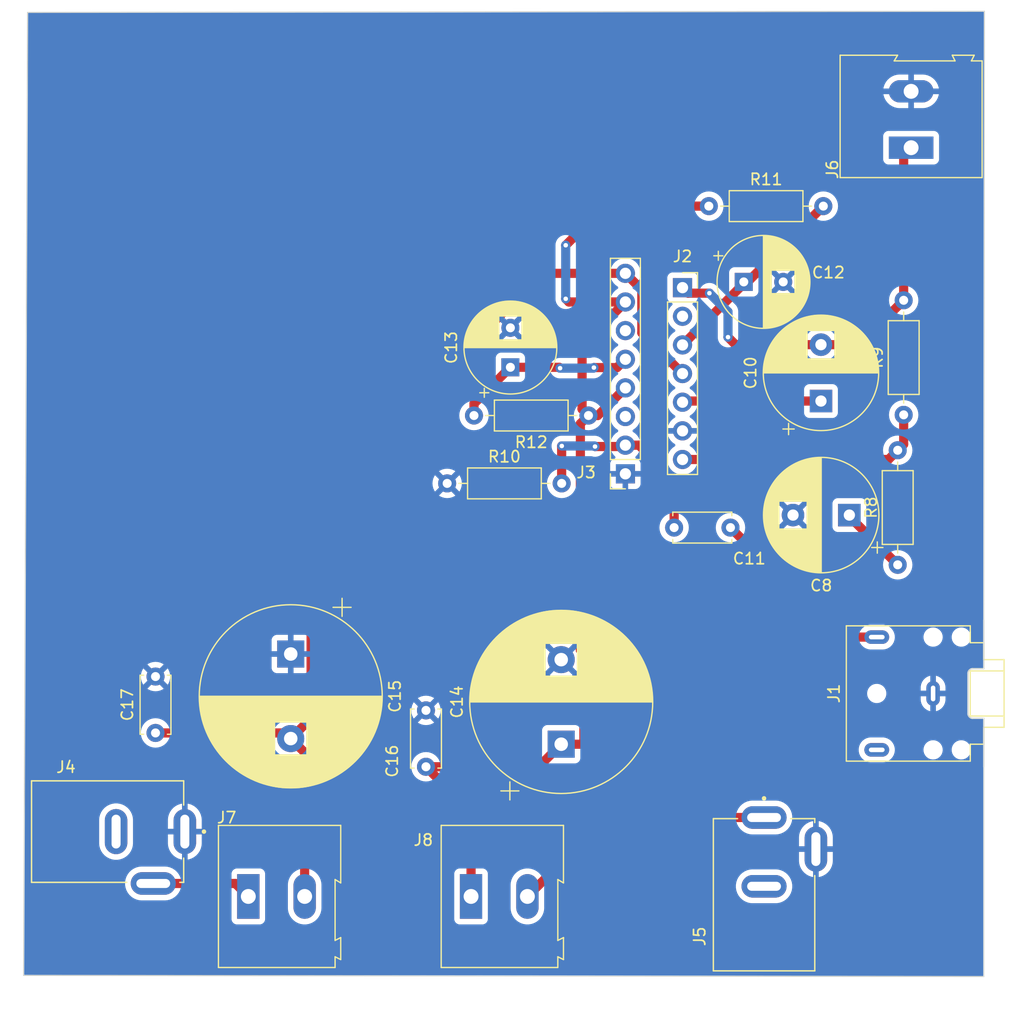
<source format=kicad_pcb>
(kicad_pcb (version 20221018) (generator pcbnew)
  (layers (0 "F.Cu" signal) (31 "B.Cu" signal) (34 "B.Paste" user) (35 "F.Paste" user) (36 "B.SilkS" user "B.Silkscreen") (37 "F.SilkS" user "F.Silkscreen") (38 "B.Mask" user) (39 "F.Mask" user) (44 "Edge.Cuts" user))
  (net 0 "")
  (net 1 "Net-(C8-Pad1)")
  (net 2 "SGND")
  (net 3 "BOOTSTRAP")
  (net 4 "OUTPUT")
  (net 5 "AUDIO IN+")
  (net 6 "NON INV_IN")
  (net 7 "MUTE")
  (net 8 "STAND-BY")
  (net 9 "+Vs(PWR)")
  (net 10 "-Vs(PWR)")
  (net 12 "INV_IN")
  (net 16 "-36IN")
  (net 18 "+36IN")
  (footprint "Resistor_THT:R_Axial_DIN0207_L6.3mm_D2.5mm_P10.16mm_Horizontal" (layer "F.Cu") (at 188.39 72.29 90)
    (fp_text reference "R9" (at 5.08 -2.37 90) (layer "F.SilkS"))
    (fp_text value "22k")
    (pad "1" thru_hole circle (at 0 0 90) (size 1.6 1.6) (drill 0.8) (layers "*.Cu" "*.Mask") (net 12 "INV_IN"))
    (pad "2" thru_hole oval (at 10.16 0 90) (size 1.6 1.6) (drill 0.8) (layers "*.Cu" "*.Mask") (net 4 "OUTPUT"))
  )
  (footprint "Resistor_THT:R_Axial_DIN0207_L6.3mm_D2.5mm_P10.16mm_Horizontal" (layer "F.Cu") (at 147.88 78.37)
    (fp_text reference "R10" (at 5.08 -2.37) (layer "F.SilkS"))
    (fp_text value "22k")
    (pad "1" thru_hole circle (at 0 0) (size 1.6 1.6) (drill 0.8) (layers "*.Cu" "*.Mask") (net 2 "SGND"))
    (pad "2" thru_hole oval (at 10.16 0) (size 1.6 1.6) (drill 0.8) (layers "*.Cu" "*.Mask") (net 6 "NON INV_IN"))
  )
  (footprint "Capacitor_THT:CP_Radial_D10.0mm_P5.00mm" (layer "F.Cu") (at 181.05 71.067677 90)
    (fp_text reference "C10" (at 2.5 -6.25 90) (layer "F.SilkS"))
    (fp_text value "22uF")
    (pad "1" thru_hole rect (at 0 0 90) (size 2 2) (drill 1) (layers "*.Cu" "*.Mask") (net 3 "BOOTSTRAP"))
    (pad "2" thru_hole circle (at 5 0 90) (size 2 2) (drill 1) (layers "*.Cu" "*.Mask") (net 4 "OUTPUT"))
  )
  (footprint "Capacitor_THT:CP_Radial_D16.0mm_P7.50mm" (layer "F.Cu") (at 134 93.5 -90)
    (fp_text reference "C15" (at 3.75 -9.25 90) (layer "F.SilkS"))
    (fp_text value "1000uF")
    (pad "1" thru_hole rect (at 0 0 270) (size 2.4 2.4) (drill 1.2) (layers "*.Cu" "*.Mask") (net 2 "SGND"))
    (pad "2" thru_hole circle (at 7.5 0 270) (size 2.4 2.4) (drill 1.2) (layers "*.Cu" "*.Mask") (net 10 "-Vs(PWR)"))
  )
  (footprint "TerminalBlock:TerminalBlock_Altech_AK300-2_P5.00mm" (layer "F.Cu") (at 189.05 48.6 90)
    (fp_text reference "J6" (at -1.92 -6.99 90) (layer "F.SilkS"))
    (fp_text value "Speaker Outupt")
    (pad "1" thru_hole rect (at 0 0 90) (size 1.98 3.96) (drill 1.32) (layers "*.Cu" "*.Mask") (net 4 "OUTPUT"))
    (pad "2" thru_hole oval (at 5 0 90) (size 1.98 3.96) (drill 1.32) (layers "*.Cu" "*.Mask") (net 2 "SGND"))
  )
  (footprint "Connector_PinSocket_2.54mm:PinSocket_1x08_P2.54mm_Vertical" (layer "F.Cu") (at 163.695 77.52 180)
    (fp_text reference "J3" (at 3.485 0.12) (layer "F.SilkS"))
    (fp_text value "Front Pins (Even)")
    (pad "1" thru_hole rect (at 0 0 180) (size 1.7 1.7) (drill 1) (layers "*.Cu" "*.Mask") (net 2 "SGND"))
    (pad "2" thru_hole oval (at 0 2.54 180) (size 1.7 1.7) (drill 1) (layers "*.Cu" "*.Mask") (net 6 "NON INV_IN"))
    (pad "3" thru_hole oval (at 0 5.08 180) (size 1.7 1.7) (drill 1) (layers "*.Cu" "*.Mask"))
    (pad "4" thru_hole oval (at 0 7.62 180) (size 1.7 1.7) (drill 1) (layers "*.Cu" "*.Mask") (net 9 "+Vs(PWR)"))
    (pad "5" thru_hole oval (at 0 10.16 180) (size 1.7 1.7) (drill 1) (layers "*.Cu" "*.Mask") (net 8 "STAND-BY"))
    (pad "6" thru_hole oval (at 0 12.7 180) (size 1.7 1.7) (drill 1) (layers "*.Cu" "*.Mask"))
    (pad "7" thru_hole oval (at 0 15.24 180) (size 1.7 1.7) (drill 1) (layers "*.Cu" "*.Mask") (net 9 "+Vs(PWR)"))
    (pad "8" thru_hole oval (at 0 17.78 180) (size 1.7 1.7) (drill 1) (layers "*.Cu" "*.Mask") (net 10 "-Vs(PWR)"))
  )
  (footprint "Connector_PinSocket_2.54mm:PinSocket_1x07_P2.54mm_Vertical" (layer "F.Cu") (at 168.765 61.01)
    (fp_text reference "J2" (at 0 -2.77) (layer "F.SilkS"))
    (fp_text value "Back Pins (Odd)")
    (pad "1" thru_hole rect (at 0 0) (size 1.7 1.7) (drill 1) (layers "*.Cu" "*.Mask") (net 4 "OUTPUT"))
    (pad "2" thru_hole oval (at 0 2.54) (size 1.7 1.7) (drill 1) (layers "*.Cu" "*.Mask"))
    (pad "3" thru_hole oval (at 0 5.08) (size 1.7 1.7) (drill 1) (layers "*.Cu" "*.Mask") (net 7 "MUTE"))
    (pad "4" thru_hole oval (at 0 7.62) (size 1.7 1.7) (drill 1) (layers "*.Cu" "*.Mask") (net 10 "-Vs(PWR)"))
    (pad "5" thru_hole oval (at 0 10.16) (size 1.7 1.7) (drill 1) (layers "*.Cu" "*.Mask") (net 3 "BOOTSTRAP"))
    (pad "6" thru_hole oval (at 0 12.7) (size 1.7 1.7) (drill 1) (layers "*.Cu" "*.Mask") (net 2 "SGND"))
    (pad "7" thru_hole oval (at 0 15.24) (size 1.7 1.7) (drill 1) (layers "*.Cu" "*.Mask") (net 12 "INV_IN"))
  )
  (footprint "Capacitor_THT:C_Disc_D5.0mm_W2.5mm_P5.00mm" (layer "F.Cu") (at 173.02 82.29 180)
    (fp_text reference "C11" (at -1.67 -2.75) (layer "F.SilkS"))
    (fp_text value "470nF")
    (pad "1" thru_hole circle (at 0 0 180) (size 1.6 1.6) (drill 0.8) (layers "*.Cu" "*.Mask") (net 5 "AUDIO IN+"))
    (pad "2" thru_hole circle (at 5 0 180) (size 1.6 1.6) (drill 0.8) (layers "*.Cu" "*.Mask") (net 6 "NON INV_IN"))
  )
  (footprint "TerminalBlock:TerminalBlock_Altech_AK300-2_P5.00mm" (layer "F.Cu") (at 130.235 115)
    (fp_text reference "J7" (at -1.92 -6.99) (layer "F.SilkS"))
    (fp_text value "-36 Switch Terminal")
    (pad "1" thru_hole rect (at 0 0) (size 1.98 3.96) (drill 1.32) (layers "*.Cu" "*.Mask") (net 16 "-36IN"))
    (pad "2" thru_hole oval (at 5 0) (size 1.98 3.96) (drill 1.32) (layers "*.Cu" "*.Mask") (net 10 "-Vs(PWR)"))
  )
  (footprint "TerminalBlock:TerminalBlock_Altech_AK300-2_P5.00mm" (layer "F.Cu") (at 150 115)
    (fp_text reference "J8" (at -4.235 -5) (layer "F.SilkS"))
    (fp_text value "+36 Switch Terminal")
    (pad "1" thru_hole rect (at 0 0) (size 1.98 3.96) (drill 1.32) (layers "*.Cu" "*.Mask") (net 9 "+Vs(PWR)"))
    (pad "2" thru_hole oval (at 5 0) (size 1.98 3.96) (drill 1.32) (layers "*.Cu" "*.Mask") (net 18 "+36IN"))
  )
  (footprint "Capacitor_THT:CP_Radial_D8.0mm_P3.50mm" (layer "F.Cu") (at 153.49 68.072651 90)
    (fp_text reference "C13" (at 1.75 -5.25 90) (layer "F.SilkS"))
    (fp_text value "10uF")
    (pad "1" thru_hole rect (at 0 0 90) (size 1.6 1.6) (drill 0.8) (layers "*.Cu" "*.Mask") (net 8 "STAND-BY"))
    (pad "2" thru_hole circle (at 3.5 0 90) (size 1.6 1.6) (drill 0.8) (layers "*.Cu" "*.Mask") (net 2 "SGND"))
  )
  (footprint "Capacitor_THT:CP_Radial_D10.0mm_P5.00mm" (layer "F.Cu") (at 183.57 81.18 180)
    (fp_text reference "C8" (at 2.5 -6.25) (layer "F.SilkS"))
    (fp_text value "22uF")
    (pad "1" thru_hole rect (at 0 0 180) (size 2 2) (drill 1) (layers "*.Cu" "*.Mask") (net 1 "Net-(C8-Pad1)"))
    (pad "2" thru_hole circle (at 5 0 180) (size 2 2) (drill 1) (layers "*.Cu" "*.Mask") (net 2 "SGND"))
  )
  (footprint "Connector_Audio:Jack_3.5mm_CUI_SJ1-3523N_Horizontal" (layer "F.Cu") (at 191 97 90)
    (fp_text reference "J1" (at 0 -8.8 90) (layer "F.SilkS"))
    (fp_text value "AudioJack2")
    (fp_line (start -2.2 3.5) (end -2.2 4.5) (stroke (width 0.12)) (layer "Edge.Cuts"))
    (fp_line (start -2.2 4.5) (end -6.5 4.5) (stroke (width 0.12)) (layer "Edge.Cuts"))
    (fp_line (start 1.8 3.1) (end -1.8 3.1) (stroke (width 0.12)) (layer "Edge.Cuts"))
    (fp_line (start 2.2 3.5) (end 2.2 4.5) (stroke (width 0.12)) (layer "Edge.Cuts"))
    (fp_line (start 2.2 4.5) (end 6.5 4.5) (stroke (width 0.12)) (layer "Edge.Cuts"))
    (fp_arc (start -2.2 3.5) (mid -2.082842 3.217158) (end -1.8 3.1) (stroke (width 0.12)) (layer "Edge.Cuts"))
    (fp_arc (start 1.8 3.1) (mid 2.082843 3.217157) (end 2.2 3.5) (stroke (width 0.12)) (layer "Edge.Cuts"))
    (pad "" np_thru_hole circle (at -5 0 90) (size 1.2 1.2) (drill 1.2) (layers "*.Cu"))
    (pad "" np_thru_hole circle (at -5 2.5 90) (size 1.2 1.2) (drill 1.2) (layers "*.Cu"))
    (pad "" np_thru_hole circle (at 0 -5 90) (size 1.2 1.2) (drill 1.2) (layers "*.Cu"))
    (pad "" np_thru_hole circle (at 5 0 90) (size 1.2 1.2) (drill 1.2) (layers "*.Cu"))
    (pad "" np_thru_hole circle (at 5 2.5 90) (size 1.2 1.2) (drill 1.2) (layers "*.Cu"))
    (pad "R" thru_hole oval (at -5 -5 90) (size 1.2 2.2) (drill oval 0.4 1.4) (layers "*.Cu" "*.Mask"))
    (pad "S" thru_hole oval (at 0 0 90) (size 2.2 1.2) (drill oval 1.4 0.4) (layers "*.Cu" "*.Mask") (net 2 "SGND"))
    (pad "T" thru_hole oval (at 5 -5 270) (size 1.2 2.2) (drill oval 0.4 1.4) (layers "*.Cu" "*.Mask") (net 5 "AUDIO IN+"))
  )
  (footprint "CON_SOCJ_2155:GRAVITECH_CON-SOCJ-2155" (layer "F.Cu") (at 118.5 109.25)
    (fp_text reference "J4" (at -4.445 -5.715) (layer "F.SilkS"))
    (fp_text value "-36DC Conn")
    (pad "1" thru_hole oval (at 6.1 0) (size 2 4) (drill oval 0.8 3) (layers "*.Cu" "*.Mask") (net 2 "SGND"))
    (pad "2" thru_hole oval (at 3.3 4.6) (size 4 2) (drill oval 3 0.8) (layers "*.Cu" "*.Mask") (net 16 "-36IN"))
    (pad "3" thru_hole oval (at 0 0) (size 2 4) (drill oval 0.8 3) (layers "*.Cu" "*.Mask"))
  )
  (footprint "Capacitor_THT:C_Disc_D5.0mm_W2.5mm_P5.00mm" (layer "F.Cu") (at 146 98.5 -90)
    (fp_text reference "C16" (at 4.5 3 90) (layer "F.SilkS"))
    (fp_text value "100nF")
    (pad "1" thru_hole circle (at 0 0 270) (size 1.6 1.6) (drill 0.8) (layers "*.Cu" "*.Mask") (net 2 "SGND"))
    (pad "2" thru_hole circle (at 5 0 270) (size 1.6 1.6) (drill 0.8) (layers "*.Cu" "*.Mask") (net 9 "+Vs(PWR)"))
  )
  (footprint "Capacitor_THT:CP_Radial_D16.0mm_P7.50mm" (layer "F.Cu") (at 158 101.5 90)
    (fp_text reference "C14" (at 3.75 -9.25 90) (layer "F.SilkS"))
    (fp_text value "1000uF")
    (pad "1" thru_hole rect (at 0 0 90) (size 2.4 2.4) (drill 1.2) (layers "*.Cu" "*.Mask") (net 9 "+Vs(PWR)"))
    (pad "2" thru_hole circle (at 7.5 0 90) (size 2.4 2.4) (drill 1.2) (layers "*.Cu" "*.Mask") (net 2 "SGND"))
  )
  (footprint "Resistor_THT:R_Axial_DIN0207_L6.3mm_D2.5mm_P10.16mm_Horizontal" (layer "F.Cu") (at 171.1 53.78)
    (fp_text reference "R11" (at 5.08 -2.37) (layer "F.SilkS"))
    (fp_text value "22k")
    (pad "1" thru_hole circle (at 0 0) (size 1.6 1.6) (drill 0.8) (layers "*.Cu" "*.Mask") (net 9 "+Vs(PWR)"))
    (pad "2" thru_hole oval (at 10.16 0) (size 1.6 1.6) (drill 0.8) (layers "*.Cu" "*.Mask") (net 7 "MUTE"))
  )
  (footprint "Resistor_THT:R_Axial_DIN0207_L6.3mm_D2.5mm_P10.16mm_Horizontal" (layer "F.Cu") (at 187.86 85.59 90)
    (fp_text reference "R8" (at 5.08 -2.37 90) (layer "F.SilkS"))
    (fp_text value "680")
    (pad "1" thru_hole circle (at 0 0 90) (size 1.6 1.6) (drill 0.8) (layers "*.Cu" "*.Mask") (net 1 "Net-(C8-Pad1)"))
    (pad "2" thru_hole oval (at 10.16 0 90) (size 1.6 1.6) (drill 0.8) (layers "*.Cu" "*.Mask") (net 12 "INV_IN"))
  )
  (footprint "Capacitor_THT:C_Disc_D5.0mm_W2.5mm_P5.00mm" (layer "F.Cu") (at 122 100.5 90)
    (fp_text reference "C17" (at 2.5 -2.5 90) (layer "F.SilkS"))
    (fp_text value "100nF")
    (pad "1" thru_hole circle (at 0 0 90) (size 1.6 1.6) (drill 0.8) (layers "*.Cu" "*.Mask") (net 10 "-Vs(PWR)"))
    (pad "2" thru_hole circle (at 5 0 90) (size 1.6 1.6) (drill 0.8) (layers "*.Cu" "*.Mask") (net 2 "SGND"))
  )
  (footprint "CON_SOCJ_2155:GRAVITECH_CON-SOCJ-2155" (layer "F.Cu") (at 176 114.1 90)
    (fp_text reference "J5" (at -4.445 -5.715 90) (layer "F.SilkS"))
    (fp_text value "+36DC Conn")
    (pad "1" thru_hole oval (at 6.1 0 90) (size 2 4) (drill oval 0.8 3) (layers "*.Cu" "*.Mask") (net 18 "+36IN"))
    (pad "2" thru_hole oval (at 3.3 4.6 90) (size 4 2) (drill oval 3 0.8) (layers "*.Cu" "*.Mask") (net 2 "SGND"))
    (pad "3" thru_hole oval (at 0 0 90) (size 2 4) (drill oval 0.8 3) (layers "*.Cu" "*.Mask"))
  )
  (footprint "Resistor_THT:R_Axial_DIN0207_L6.3mm_D2.5mm_P10.16mm_Horizontal" (layer "F.Cu") (at 160.42 72.35 180)
    (fp_text reference "R12" (at 5.08 -2.37) (layer "F.SilkS"))
    (fp_text value "10k")
    (pad "1" thru_hole circle (at 0 0 180) (size 1.6 1.6) (drill 0.8) (layers "*.Cu" "*.Mask") (net 9 "+Vs(PWR)"))
    (pad "2" thru_hole oval (at 10.16 0 180) (size 1.6 1.6) (drill 0.8) (layers "*.Cu" "*.Mask") (net 8 "STAND-BY"))
  )
  (footprint "Capacitor_THT:CP_Radial_D8.0mm_P3.50mm" (layer "F.Cu") (at 174.2 60.5)
    (fp_text reference "C12" (at 7.51 -0.83) (layer "F.SilkS"))
    (fp_text value "10uF")
    (pad "1" thru_hole rect (at 0 0) (size 1.6 1.6) (drill 0.8) (layers "*.Cu" "*.Mask") (net 7 "MUTE"))
    (pad "2" thru_hole circle (at 3.5 0) (size 1.6 1.6) (drill 0.8) (layers "*.Cu" "*.Mask") (net 2 "SGND"))
  )
  (gr_line (start 110.3 122) (end 195.5 122.1) (stroke (width 0.1)) (layer "Edge.Cuts"))
  (gr_line (start 195.5 90.5) (end 195.55 36.5) (stroke (width 0.1)) (layer "Edge.Cuts"))
  (gr_line (start 110.65 36.6) (end 195.55 36.5) (stroke (width 0.1)) (layer "Edge.Cuts"))
  (gr_line (start 110.3 122) (end 110.65 36.6) (stroke (width 0.1)) (layer "Edge.Cuts"))
  (gr_line (start 195.5 103.5) (end 195.5 122.1) (stroke (width 0.1)) (layer "Edge.Cuts"))
  (segment (start 183.57 81.18) (end 183.57 81.3) (width 0.8128) (layer "F.Cu") (net 1))
  (segment (start 183.57 81.3) (end 187.86 85.59) (width 0.8128) (layer "F.Cu") (net 1))
  (segment (start 181.05 71.067677) (end 168.867323 71.067677) (width 0.8128) (layer "F.Cu") (net 3))
  (segment (start 168.867323 71.067677) (end 168.765 71.17) (width 0.8128) (layer "F.Cu") (net 3))
  (segment (start 188.39 49.26) (end 189.05 48.6) (width 0.8128) (layer "F.Cu") (net 4))
  (segment (start 181.05 66.067677) (end 173.467677 66.067677) (width 0.8128) (layer "F.Cu") (net 4))
  (segment (start 188.39 62.13) (end 188.39 49.26) (width 0.8128) (layer "F.Cu") (net 4))
  (segment (start 173.467677 66.067677) (end 172.8 65.4) (width 0.8128) (layer "F.Cu") (net 4))
  (segment (start 184.452323 66.067677) (end 188.39 62.13) (width 0.8128) (layer "F.Cu") (net 4))
  (segment (start 171.15 61.5) (end 169.255 61.5) (width 0.8128) (layer "F.Cu") (net 4))
  (segment (start 169.255 61.5) (end 168.765 61.01) (width 0.8128) (layer "F.Cu") (net 4))
  (segment (start 181.05 66.067677) (end 184.452323 66.067677) (width 0.8128) (layer "F.Cu") (net 4))
  (via (at 171.15 61.5) (size 0.8) (drill 0.4) (layers "F.Cu" "B.Cu") (net 4))
  (via (at 172.8 65.4) (size 0.8) (drill 0.4) (layers "F.Cu" "B.Cu") (net 4))
  (segment (start 172.8 63.15) (end 171.15 61.5) (width 0.8128) (layer "B.Cu") (net 4))
  (segment (start 172.8 65.4) (end 172.8 63.15) (width 0.8128) (layer "B.Cu") (net 4))
  (segment (start 182.73 92) (end 173.02 82.29) (width 0.8128) (layer "F.Cu") (net 5))
  (segment (start 186 92) (end 182.73 92) (width 0.8128) (layer "F.Cu") (net 5))
  (segment (start 161 75.1) (end 163.575 75.1) (width 0.8128) (layer "F.Cu") (net 6))
  (segment (start 164.897081 74.98) (end 163.695 74.98) (width 0.8128) (layer "F.Cu") (net 6))
  (segment (start 158.04 75.06) (end 158.05 75.05) (width 0.8128) (layer "F.Cu") (net 6))
  (segment (start 168.02 82.29) (end 168.02 78.102919) (width 0.8128) (layer "F.Cu") (net 6))
  (segment (start 168.02 78.102919) (end 164.897081 74.98) (width 0.8128) (layer "F.Cu") (net 6))
  (segment (start 163.575 75.1) (end 163.695 74.98) (width 0.8128) (layer "F.Cu") (net 6))
  (segment (start 158.04 78.37) (end 158.04 75.06) (width 0.8128) (layer "F.Cu") (net 6))
  (via (at 158.05 75.05) (size 0.8) (drill 0.4) (layers "F.Cu" "B.Cu") (net 6))
  (via (at 161 75.1) (size 0.8) (drill 0.4) (layers "F.Cu" "B.Cu") (net 6))
  (segment (start 160.95 75.05) (end 161 75.1) (width 0.8128) (layer "B.Cu") (net 6))
  (segment (start 158.05 75.05) (end 160.95 75.05) (width 0.8128) (layer "B.Cu") (net 6))
  (segment (start 174.2 60.655) (end 168.765 66.09) (width 0.8128) (layer "F.Cu") (net 7))
  (segment (start 174.54 60.5) (end 174.2 60.5) (width 0.8128) (layer "F.Cu") (net 7))
  (segment (start 181.26 53.78) (end 174.54 60.5) (width 0.8128) (layer "F.Cu") (net 7))
  (segment (start 174.2 60.5) (end 174.2 60.655) (width 0.8128) (layer "F.Cu") (net 7))
  (segment (start 153.49 68.072651) (end 157.822651 68.072651) (width 0.8128) (layer "F.Cu") (net 8))
  (segment (start 160.9 68.1) (end 162.955 68.1) (width 0.8128) (layer "F.Cu") (net 8))
  (segment (start 150.26 71.302651) (end 153.49 68.072651) (width 0.8128) (layer "F.Cu") (net 8))
  (segment (start 157.822651 68.072651) (end 157.9 68.15) (width 0.8128) (layer "F.Cu") (net 8))
  (segment (start 162.955 68.1) (end 163.695 67.36) (width 0.8128) (layer "F.Cu") (net 8))
  (segment (start 150.26 72.35) (end 150.26 71.302651) (width 0.8128) (layer "F.Cu") (net 8))
  (via (at 157.9 68.15) (size 0.8) (drill 0.4) (layers "F.Cu" "B.Cu") (net 8))
  (via (at 160.9 68.1) (size 0.8) (drill 0.4) (layers "F.Cu" "B.Cu") (net 8))
  (segment (start 157.9 68.15) (end 160.85 68.15) (width 0.8128) (layer "B.Cu") (net 8))
  (segment (start 160.85 68.15) (end 160.9 68.1) (width 0.8128) (layer "B.Cu") (net 8))
  (segment (start 158.4 57.25) (end 161.87 53.78) (width 0.8128) (layer "F.Cu") (net 9))
  (segment (start 160.0128 93.458164) (end 159.7 93.145364) (width 0.8128) (layer "F.Cu") (net 9))
  (segment (start 156 103.5) (end 158 101.5) (width 0.8128) (layer "F.Cu") (net 9))
  (segment (start 161.245 72.35) (end 163.695 69.9) (width 0.8128) (layer "F.Cu") (net 9))
  (segment (start 159.85 71.78) (end 159.85 66.125) (width 0.8128) (layer "F.Cu") (net 9))
  (segment (start 158.68 62.28) (end 158.4 62) (width 0.8128) (layer "F.Cu") (net 9))
  (segment (start 150 107.5) (end 146 103.5) (width 0.8128) (layer "F.Cu") (net 9))
  (segment (start 159.7 73.07) (end 160.42 72.35) (width 0.8128) (layer "F.Cu") (net 9))
  (segment (start 160.42 72.35) (end 159.85 71.78) (width 0.8128) (layer "F.Cu") (net 9))
  (segment (start 158 101.5) (end 160.0128 101.5) (width 0.8128) (layer "F.Cu") (net 9))
  (segment (start 161.87 53.78) (end 171.1 53.78) (width 0.8128) (layer "F.Cu") (net 9))
  (segment (start 163.695 62.28) (end 158.68 62.28) (width 0.8128) (layer "F.Cu") (net 9))
  (segment (start 159.85 66.125) (end 163.695 62.28) (width 0.8128) (layer "F.Cu") (net 9))
  (segment (start 160.0128 101.5) (end 160.0128 93.458164) (width 0.8128) (layer "F.Cu") (net 9))
  (segment (start 159.7 93.145364) (end 159.7 73.07) (width 0.8128) (layer "F.Cu") (net 9))
  (segment (start 150 115) (end 150 107.5) (width 0.8128) (layer "F.Cu") (net 9))
  (segment (start 160.42 72.35) (end 161.245 72.35) (width 0.8128) (layer "F.Cu") (net 9))
  (segment (start 146 103.5) (end 156 103.5) (width 0.8128) (layer "F.Cu") (net 9))
  (via (at 158.4 57.25) (size 0.8) (drill 0.4) (layers "F.Cu" "B.Cu") (net 9))
  (via (at 158.4 62) (size 0.8) (drill 0.4) (layers "F.Cu" "B.Cu") (net 9))
  (segment (start 158.4 62) (end 158.4 57.25) (width 0.8128) (layer "B.Cu") (net 9))
  (segment (start 156.333701 59.74) (end 163.695 59.74) (width 0.8128) (layer "F.Cu") (net 10))
  (segment (start 135.8064 99.1936) (end 135.8064 80.267301) (width 0.8128) (layer "F.Cu") (net 10))
  (segment (start 165.1514 65.0164) (end 168.765 68.63) (width 0.8128) (layer "F.Cu") (net 10))
  (segment (start 165.1514 61.1964) (end 165.1514 65.0164) (width 0.8128) (layer "F.Cu") (net 10))
  (segment (start 134 101) (end 135.8064 99.1936) (width 0.8128) (layer "F.Cu") (net 10))
  (segment (start 122 100.5) (end 133.5 100.5) (width 0.8128) (layer "F.Cu") (net 10))
  (segment (start 133.5 100.5) (end 134 101) (width 0.8128) (layer "F.Cu") (net 10))
  (segment (start 163.695 59.74) (end 165.1514 61.1964) (width 0.8128) (layer "F.Cu") (net 10))
  (segment (start 135.8064 80.267301) (end 156.333701 59.74) (width 0.8128) (layer "F.Cu") (net 10))
  (segment (start 135.235 102.235) (end 134 101) (width 0.8128) (layer "F.Cu") (net 10))
  (segment (start 135.235 115) (end 135.235 102.235) (width 0.8128) (layer "F.Cu") (net 10))
  (segment (start 168.765 76.25) (end 187.04 76.25) (width 0.8128) (layer "F.Cu") (net 12))
  (segment (start 188.39 72.29) (end 188.39 74.9) (width 0.8128) (layer "F.Cu") (net 12))
  (segment (start 188.39 74.9) (end 187.86 75.43) (width 0.8128) (layer "F.Cu") (net 12))
  (segment (start 187.04 76.25) (end 187.86 75.43) (width 0.8128) (layer "F.Cu") (net 12))
  (segment (start 121.8 113.85) (end 129.085 113.85) (width 0.8128) (layer "F.Cu") (net 16))
  (segment (start 129.085 113.85) (end 130.235 115) (width 0.8128) (layer "F.Cu") (net 16))
  (segment (start 162 108) (end 155 115) (width 0.8128) (layer "F.Cu") (net 18))
  (segment (start 176 108) (end 162 108) (width 0.8128) (layer "F.Cu") (net 18))
  (zone (net 2) (net_name "SGND") (layer "B.Cu") (connect_pads (clearance 0.5)) (min_thickness 0.25) (fill yes (thermal_gap 0.5) (thermal_bridge_width 0.5))
    (polygon (pts (xy 109.4 35.55) (xy 196.75 35.7) (xy 198.1 126.35) (xy 108.2 125.15) (xy 109.45 35.5)))
  )
)
</source>
